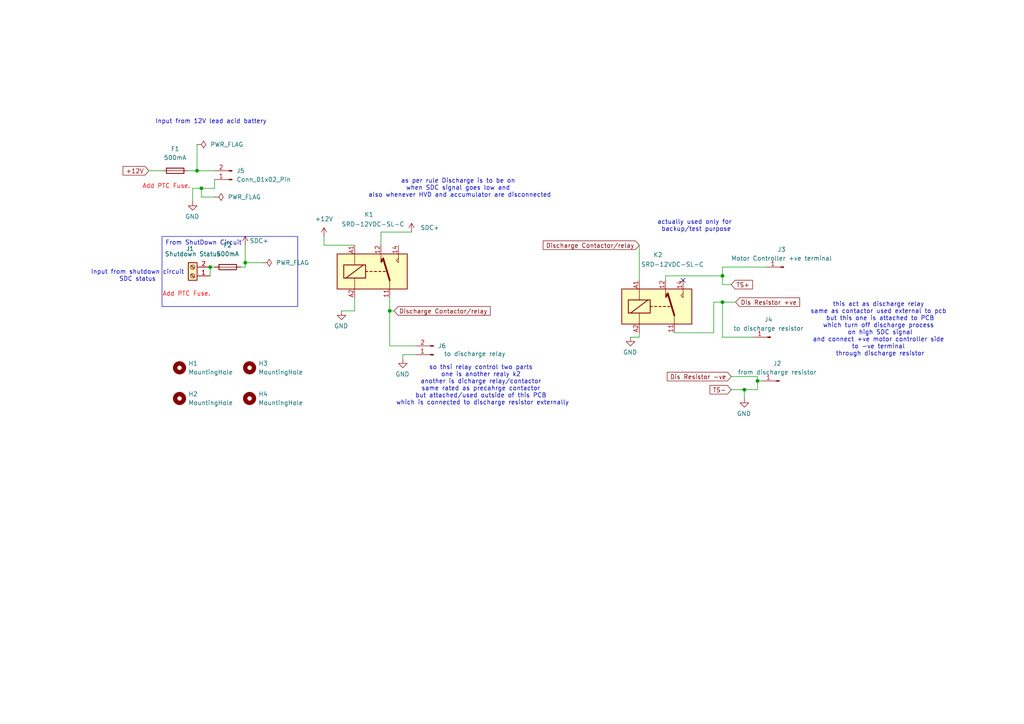
<source format=kicad_sch>
(kicad_sch (version 20231120) (generator "eeschema") (generator_version "8.0")
  (paper "A4")
  (lib_symbols
    (symbol "Connector:Conn_01x01_Pin" (pin_names (offset 1.016) hide)
      (property "Reference" "J" (at 0 2.54 0))
      (property "Value" "Conn_01x01_Pin" (at 0 -2.54 0))
      (symbol "Conn_01x01_Pin_1_1"
        (polyline (pts (xy 1.27 0) (xy 0.8636 0)) (stroke (width 0.1524)))
        (rectangle (start 0.8636 0.127) (end 0 -0.127) (stroke (width 0.1524)) (fill (type outline)))
        (pin passive line (at 5.08 0 180) (length 3.81) (name "Pin_1") (number "1"))
      )
    )
    (symbol "Connector:Conn_01x02_Pin" (pin_names (offset 1.016) hide)
      (property "Reference" "J" (at 0 2.54 0))
      (property "Value" "Conn_01x02_Pin" (at 0 -5.08 0))
      (symbol "Conn_01x02_Pin_1_1"
        (polyline (pts (xy 1.27 -2.54) (xy 0.8636 -2.54)) (stroke (width 0.1524)))
        (polyline (pts (xy 1.27 0) (xy 0.8636 0)) (stroke (width 0.1524)))
        (rectangle (start 0.8636 -2.413) (end 0 -2.667) (stroke (width 0.1524)) (fill (type outline)))
        (rectangle (start 0.8636 0.127) (end 0 -0.127) (stroke (width 0.1524)) (fill (type outline)))
        (pin passive line (at 5.08 0 180) (length 3.81) (name "Pin_1") (number "1"))
        (pin passive line (at 5.08 -2.54 180) (length 3.81) (name "Pin_2") (number "2"))
      )
    )
    (symbol "Connector:Screw_Terminal_01x02" (pin_names (offset 1.016) hide)
      (property "Reference" "J" (at 0 2.54 0))
      (property "Value" "Screw_Terminal_01x02" (at 0 -5.08 0))
      (symbol "Screw_Terminal_01x02_1_1"
        (rectangle (start -1.27 1.27) (end 1.27 -3.81) (stroke (width 0.254)) (fill (type background)))
        (circle (center 0 -2.54) (radius 0.635) (stroke (width 0.1524)))
        (polyline (pts (xy -0.5334 -2.2098) (xy 0.3302 -3.048)) (stroke (width 0.1524)))
        (polyline (pts (xy -0.5334 0.3302) (xy 0.3302 -0.508)) (stroke (width 0.1524)))
        (polyline (pts (xy -0.3556 -2.032) (xy 0.508 -2.8702)) (stroke (width 0.1524)))
        (polyline (pts (xy -0.3556 0.508) (xy 0.508 -0.3302)) (stroke (width 0.1524)))
        (circle (center 0 0) (radius 0.635) (stroke (width 0.1524)))
        (pin passive line (at -5.08 0 0) (length 3.81) (name "Pin_1") (number "1"))
        (pin passive line (at -5.08 -2.54 0) (length 3.81) (name "Pin_2") (number "2"))
      )
    )
    (symbol "Device:Fuse" (pin_numbers hide) (pin_names (offset 0))
      (property "Reference" "F" (at 2.032 0 90))
      (property "Value" "Fuse" (at -1.905 0 90))
      (symbol "Fuse_0_1"
        (rectangle (start -0.762 -2.54) (end 0.762 2.54) (stroke (width 0.254)))
        (polyline (pts (xy 0 2.54) (xy 0 -2.54)))
      )
      (symbol "Fuse_1_1"
        (pin passive line (at 0 3.81 270) (length 1.27) (name "~") (number "1"))
        (pin passive line (at 0 -3.81 90) (length 1.27) (name "~") (number "2"))
      )
    )
    (symbol "Mechanical:MountingHole" (pin_names (offset 1.016)) (exclude_from_sim yes) (in_bom no)
      (property "Reference" "H" (at 0 5.08 0))
      (property "Value" "MountingHole" (at 0 3.175 0))
      (symbol "MountingHole_0_1"
        (circle (center 0 0) (radius 1.27) (stroke (width 1.27)))
      )
    )
    (symbol "Relay:Fujitsu_FTR-LYCA005x"
      (property "Reference" "K" (at 11.43 3.81 0))
      (property "Value" "Fujitsu_FTR-LYCA005x" (at 11.43 1.27 0))
      (symbol "Fujitsu_FTR-LYCA005x_0_0"
        (polyline (pts (xy 7.62 5.08) (xy 7.62 2.54) (xy 6.985 3.175) (xy 7.62 3.81)))
      )
      (symbol "Fujitsu_FTR-LYCA005x_0_1"
        (rectangle (start -10.16 5.08) (end 10.16 -5.08) (stroke (width 0.254)) (fill (type background)))
        (rectangle (start -8.255 1.905) (end -1.905 -1.905) (stroke (width 0.254)))
        (polyline (pts (xy -7.62 -1.905) (xy -2.54 1.905)) (stroke (width 0.254)))
        (polyline (pts (xy -5.08 -5.08) (xy -5.08 -1.905)))
        (polyline (pts (xy -5.08 5.08) (xy -5.08 1.905)))
        (polyline (pts (xy -1.905 0) (xy -1.27 0)) (stroke (width 0.254)))
        (polyline (pts (xy -0.635 0) (xy 0 0)) (stroke (width 0.254)))
        (polyline (pts (xy 0.635 0) (xy 1.27 0)) (stroke (width 0.254)))
        (polyline (pts (xy 1.905 0) (xy 2.54 0)) (stroke (width 0.254)))
        (polyline (pts (xy 3.175 0) (xy 3.81 0)) (stroke (width 0.254)))
        (polyline (pts (xy 5.08 -2.54) (xy 3.175 3.81)) (stroke (width 0.508)))
        (polyline (pts (xy 5.08 -2.54) (xy 5.08 -5.08)))
        (polyline (pts (xy 2.54 5.08) (xy 2.54 2.54) (xy 3.175 3.175) (xy 2.54 3.81)) (fill (type outline)))
      )
      (symbol "Fujitsu_FTR-LYCA005x_1_1"
        (pin passive line (at 5.08 -7.62 90) (length 2.54) (name "~") (number "11"))
        (pin passive line (at 2.54 7.62 270) (length 2.54) (name "~") (number "12"))
        (pin passive line (at 7.62 7.62 270) (length 2.54) (name "~") (number "14"))
        (pin passive line (at -5.08 7.62 270) (length 2.54) (name "~") (number "A1"))
        (pin passive line (at -5.08 -7.62 90) (length 2.54) (name "~") (number "A2"))
      )
    )
    (symbol "power:+12V" (power) (pin_names (offset 0))
      (property "Value" "+12V" (at 0 3.556 0))
      (symbol "+12V_0_1"
        (polyline (pts (xy -0.762 1.27) (xy 0 2.54)))
        (polyline (pts (xy 0 0) (xy 0 2.54)))
        (polyline (pts (xy 0 2.54) (xy 0.762 1.27)))
      )
      (symbol "+12V_1_1"
        (pin power_in line (at 0 0 90) (length 0) hide (name "+12V") (number "1"))
      )
    )
    (symbol "power:GND" (power) (pin_names (offset 0))
      (property "Value" "GND" (at 0 -3.81 0))
      (symbol "GND_0_1"
        (polyline (pts (xy 0 0) (xy 0 -1.27) (xy 1.27 -1.27) (xy 0 -2.54) (xy -1.27 -1.27) (xy 0 -1.27)))
      )
      (symbol "GND_1_1"
        (pin power_in line (at 0 0 270) (length 0) hide (name "GND") (number "1"))
      )
    )
    (symbol "power:PWR_FLAG" (power) (pin_numbers hide) (pin_names (offset 0) hide)
      (property "Value" "PWR_FLAG" (at 0 3.81 0))
      (symbol "PWR_FLAG_0_0"
        (pin power_out line (at 0 0 90) (length 0) (name "~") (number "1"))
      )
      (symbol "PWR_FLAG_0_1"
        (polyline (pts (xy 0 0) (xy 0 1.27) (xy -1.016 1.905) (xy 0 2.54) (xy 1.016 1.905) (xy 0 1.27)))
      )
    )
  )
  (junction (at 57.15 49.53))
  (junction (at 71.12 76.2))
  (junction (at 60.96 77.47))
  (junction (at 58.42 54.61))
  (junction (at 113.03 90.17))
  (junction (at 219.71 110.49))
  (junction (at 215.9 113.03))
  (junction (at 209.55 87.63))
  (junction (at 209.55 80.01))
  (no_connect (at 198.12 81.28))
  (wire (pts (xy 102.87 90.17) (xy 99.06 90.17)))
  (wire (pts (xy 209.55 80.01) (xy 209.55 82.55)))
  (wire (pts (xy 43.18 49.53) (xy 46.99 49.53)))
  (wire (pts (xy 60.96 77.47) (xy 60.96 80.01)))
  (wire (pts (xy 219.71 110.49) (xy 219.71 113.03)))
  (wire (pts (xy 69.85 77.47) (xy 71.12 77.47)))
  (wire (pts (xy 212.09 113.03) (xy 215.9 113.03)))
  (wire (pts (xy 110.49 71.12) (xy 110.49 67.31)))
  (wire (pts (xy 57.15 41.91) (xy 57.15 49.53)))
  (wire (pts (xy 185.42 71.12) (xy 185.42 81.28)))
  (wire (pts (xy 207.01 96.52) (xy 207.01 87.63)))
  (wire (pts (xy 58.42 57.15) (xy 58.42 54.61)))
  (wire (pts (xy 207.01 87.63) (xy 209.55 87.63)))
  (wire (pts (xy 57.15 49.53) (xy 62.23 49.53)))
  (wire (pts (xy 55.88 54.61) (xy 58.42 54.61)))
  (wire (pts (xy 219.71 109.22) (xy 219.71 110.49)))
  (wire (pts (xy 113.03 90.17) (xy 114.3 90.17)))
  (wire (pts (xy 212.09 109.22) (xy 219.71 109.22)))
  (wire (pts (xy 60.96 77.47) (xy 62.23 77.47)))
  (wire (pts (xy 62.23 52.07) (xy 62.23 54.61)))
  (wire (pts (xy 116.84 102.87) (xy 116.84 104.14)))
  (wire (pts (xy 215.9 113.03) (xy 215.9 115.57)))
  (wire (pts (xy 193.04 80.01) (xy 209.55 80.01)))
  (wire (pts (xy 113.03 86.36) (xy 113.03 90.17)))
  (wire (pts (xy 58.42 54.61) (xy 62.23 54.61)))
  (wire (pts (xy 209.55 77.47) (xy 209.55 80.01)))
  (wire (pts (xy 110.49 67.31) (xy 119.38 67.31)))
  (wire (pts (xy 219.71 110.49) (xy 220.98 110.49)))
  (wire (pts (xy 62.23 57.15) (xy 58.42 57.15)))
  (wire (pts (xy 193.04 81.28) (xy 193.04 80.01)))
  (wire (pts (xy 182.88 97.79) (xy 185.42 97.79)))
  (wire (pts (xy 195.58 96.52) (xy 207.01 96.52)))
  (wire (pts (xy 218.44 97.79) (xy 209.55 97.79)))
  (wire (pts (xy 113.03 100.33) (xy 113.03 90.17)))
  (wire (pts (xy 102.87 86.36) (xy 102.87 90.17)))
  (wire (pts (xy 209.55 87.63) (xy 209.55 97.79)))
  (wire (pts (xy 55.88 58.42) (xy 55.88 54.61)))
  (wire (pts (xy 71.12 71.12) (xy 71.12 76.2)))
  (wire (pts (xy 222.25 77.47) (xy 209.55 77.47)))
  (wire (pts (xy 93.98 71.12) (xy 93.98 68.58)))
  (wire (pts (xy 71.12 76.2) (xy 71.12 77.47)))
  (wire (pts (xy 185.42 97.79) (xy 185.42 96.52)))
  (wire (pts (xy 209.55 82.55) (xy 212.09 82.55)))
  (wire (pts (xy 76.2 76.2) (xy 71.12 76.2)))
  (wire (pts (xy 209.55 87.63) (xy 213.36 87.63)))
  (wire (pts (xy 102.87 71.12) (xy 93.98 71.12)))
  (wire (pts (xy 113.03 100.33) (xy 120.65 100.33)))
  (wire (pts (xy 215.9 113.03) (xy 219.71 113.03)))
  (wire (pts (xy 54.61 49.53) (xy 57.15 49.53)))
  (wire (pts (xy 120.65 102.87) (xy 116.84 102.87)))
  (text_box "From ShutDown Circuit" (at 46.99 68.58 0) (size 39.37 20.32) (effects (font (size 1.27 1.27)) (justify left top)))
  (text "Add PTC Fuse." (at 54.102 85.344 0) (effects (font (size 1.27 1.27))))
  (text "as per rule Discharge is to be on \nwhen SDC signal goes low and \nalso whenever HVD and accumulator are disconnected" (at 133.35 54.61 0) (effects (font (size 1.27 1.27))))
  (text "actually used only for \nbackup/test purpose" (at 201.93 65.532 0) (effects (font (size 1.27 1.27))))
  (text "so thsi relay control two parts \none is another realy k2 \nanother is dicharge relay/contactor \nsame rated as precahrge contactor \nbut attached/used outside of this PCB \nwhich is connected to discharge resistor externally" (at 139.954 111.76 0) (effects (font (size 1.27 1.27))))
  (text "Input from 12V lead acid battery" (at 61.214 35.306 0) (effects (font (size 1.27 1.27))))
  (text "Add PTC Fuse." (at 48.26 54.102 0) (effects (font (size 1.27 1.27))))
  (text "Input from shutdown circuit\nSDC status" (at 39.878 80.01 0) (effects (font (size 1.27 1.27))))
  (text "this act as discharge relay \nsame as contactor used external to pcb \nbut this one is attached to PCB\nwhich turn off discharge process \non high SDC signal\nand connect +ve motor controller side \nto -ve terminal \nthrough discharge resistor\n" (at 255.27 95.504 0) (effects (font (size 1.27 1.27))))
  (global_label "Dis Resistor -ve" (shape input) (at 212.09 109.22 180) (property "Intersheetrefs" "${INTERSHEET_REFS}" (effects (hide yes))))
  (global_label "TS-" (shape input) (at 212.09 113.03 180) (property "Intersheetrefs" "${INTERSHEET_REFS}" (effects (hide yes))))
  (global_label "TS+" (shape input) (at 212.09 82.55 0) (property "Intersheetrefs" "${INTERSHEET_REFS}" (effects (hide yes))))
  (global_label "Discharge Contactor{slash}relay" (shape input) (at 114.3 90.17 0) (property "Intersheetrefs" "${INTERSHEET_REFS}" (effects (hide yes))))
  (global_label "Discharge Contactor{slash}relay" (shape input) (at 185.42 71.12 180) (property "Intersheetrefs" "${INTERSHEET_REFS}" (effects (hide yes))))
  (global_label "+12V" (shape input) (at 43.18 49.53 180) (property "Intersheetrefs" "${INTERSHEET_REFS}" (effects (hide yes))))
  (global_label "Dis Resistor +ve" (shape input) (at 213.36 87.63 0) (property "Intersheetrefs" "${INTERSHEET_REFS}" (effects (hide yes))))
  (symbol (lib_id "Connector:Conn_01x01_Pin") (at 226.06 110.49 180) (unit 1)
    (property "Reference" "J2" (at 225.425 105.41 0))
    (property "Value" "from discharge resistor" (at 225.425 107.95 0))
    (property "Footprint" "TerminalBlock_Phoenix:TerminalBlock_Phoenix_MKDS-1,5-2-5.08_1x02_P5.08mm_Horizontal" (effects (hide yes)))
    (property "Description" "Generic connector, single row, 01x01, script generated" (effects (hide yes)))
  )
  (symbol (lib_id "Relay:Fujitsu_FTR-LYCA005x") (at 190.5 88.9 0) (unit 1)
    (property "Reference" "K2" (at 189.484 73.914 0) (effects (justify left)))
    (property "Value" "SRD-12VDC-SL-C" (at 185.928 76.708 0) (effects (justify left)))
    (property "Footprint" "Relay_THT:Relay_SPDT_Hongfa_HF3F-L-xx-1ZL1T" (effects (hide yes)))
    (property "Datasheet" "https://www.fujitsu.com/sg/imagesgig5/ftr-ly.pdf" (effects (hide yes)))
    (property "Description" "Relay, SPDT Form C, vertical mount, 5-60V coil, 6A, 250VAC, 28 x 5 x 15mm" (effects (hide yes)))
  )
  (symbol (lib_id "power:PWR_FLAG") (at 76.2 76.2 270) (unit 1)
    (property "Reference" "#FLG01" (effects (hide yes)))
    (property "Value" "PWR_FLAG" (at 80.01 76.1999 90) (effects (justify left)))
    (property "Description" "Special symbol for telling ERC where power comes from" (effects (hide yes)))
  )
  (symbol (lib_id "Mechanical:MountingHole") (at 52.07 106.68 0) (unit 1) (exclude_from_sim yes) (in_bom no)
    (property "Reference" "H1" (at 54.61 105.4099 0) (effects (justify left)))
    (property "Value" "MountingHole" (at 54.61 107.9499 0) (effects (justify left)))
    (property "Footprint" "MountingHole:MountingHole_4.3mm_M4" (effects (hide yes)))
    (property "Description" "Mounting Hole without connection" (effects (hide yes)))
  )
  (symbol (lib_id "Connector:Conn_01x02_Pin") (at 125.73 102.87 180) (unit 1)
    (property "Reference" "J6" (at 127 100.3299 0) (effects (justify right)))
    (property "Value" "to discharge relay" (at 128.778 102.616 0) (effects (justify right)))
    (property "Footprint" "TerminalBlock_Phoenix:TerminalBlock_Phoenix_MKDS-1,5-2-5.08_1x02_P5.08mm_Horizontal" (effects (hide yes)))
    (property "Description" "Generic connector, single row, 01x02, script generated" (effects (hide yes)))
  )
  (symbol (lib_id "power:GND") (at 55.88 58.42 0) (mirror y) (unit 1)
    (property "Reference" "#PWR03" (effects (hide yes)))
    (property "Value" "GND" (at 55.753 62.8142 0))
  )
  (symbol (lib_id "Mechanical:MountingHole") (at 52.07 115.57 0) (unit 1) (exclude_from_sim yes) (in_bom no)
    (property "Reference" "H2" (at 54.61 114.2999 0) (effects (justify left)))
    (property "Value" "MountingHole" (at 54.61 116.8399 0) (effects (justify left)))
    (property "Footprint" "MountingHole:MountingHole_4.3mm_M4" (effects (hide yes)))
    (property "Description" "Mounting Hole without connection" (effects (hide yes)))
  )
  (symbol (lib_id "power:GND") (at 99.06 90.17 0) (mirror y) (unit 1)
    (property "Reference" "#PWR07" (effects (hide yes)))
    (property "Value" "GND" (at 98.933 94.5642 0))
  )
  (symbol (lib_id "power:GND") (at 116.84 104.14 0) (mirror y) (unit 1)
    (property "Reference" "#PWR09" (effects (hide yes)))
    (property "Value" "GND" (at 116.713 108.5342 0))
  )
  (symbol (lib_id "power:+12V") (at 119.38 67.31 0) (unit 1)
    (property "Reference" "#PWR08" (effects (hide yes)))
    (property "Value" "SDC+" (at 121.92 66.0399 0) (effects (justify left)))
  )
  (symbol (lib_id "power:PWR_FLAG") (at 57.15 41.91 270) (unit 1)
    (property "Reference" "#FLG03" (effects (hide yes)))
    (property "Value" "PWR_FLAG" (at 60.96 41.9099 90) (effects (justify left)))
    (property "Description" "Special symbol for telling ERC where power comes from" (effects (hide yes)))
  )
  (symbol (lib_id "power:GND") (at 182.88 97.79 0) (mirror y) (unit 1)
    (property "Reference" "#PWR04" (effects (hide yes)))
    (property "Value" "GND" (at 182.753 102.1842 0))
  )
  (symbol (lib_id "Mechanical:MountingHole") (at 72.39 106.68 0) (unit 1) (exclude_from_sim yes) (in_bom no)
    (property "Reference" "H3" (at 74.93 105.4099 0) (effects (justify left)))
    (property "Value" "MountingHole" (at 74.93 107.9499 0) (effects (justify left)))
    (property "Footprint" "MountingHole:MountingHole_4.3mm_M4" (effects (hide yes)))
    (property "Description" "Mounting Hole without connection" (effects (hide yes)))
  )
  (symbol (lib_id "Device:Fuse") (at 66.04 77.47 90) (unit 1)
    (property "Reference" "F2" (at 66.04 71.12 90))
    (property "Value" "500mA" (at 66.04 73.66 90))
    (property "Footprint" "Fuse:Fuse_BelFuse_0ZRE0008FF_L8.3mm_W3.8mm" (effects (hide yes)))
    (property "Description" "Fuse" (effects (hide yes)))
  )
  (symbol (lib_id "Connector:Conn_01x01_Pin") (at 223.52 97.79 180) (unit 1)
    (property "Reference" "J4" (at 222.885 92.71 0))
    (property "Value" "to discharge resistor" (at 222.885 95.25 0))
    (property "Footprint" "TerminalBlock_Phoenix:TerminalBlock_Phoenix_MKDS-1,5-2-5.08_1x02_P5.08mm_Horizontal" (effects (hide yes)))
    (property "Description" "Generic connector, single row, 01x01, script generated" (effects (hide yes)))
  )
  (symbol (lib_id "Connector:Conn_01x02_Pin") (at 67.31 52.07 180) (unit 1)
    (property "Reference" "J5" (at 68.58 49.5299 0) (effects (justify right)))
    (property "Value" "Conn_01x02_Pin" (at 68.58 52.0699 0) (effects (justify right)))
    (property "Footprint" "TerminalBlock_Phoenix:TerminalBlock_Phoenix_MKDS-1,5-2-5.08_1x02_P5.08mm_Horizontal" (effects (hide yes)))
    (property "Description" "Generic connector, single row, 01x02, script generated" (effects (hide yes)))
  )
  (symbol (lib_id "power:PWR_FLAG") (at 62.23 57.15 270) (unit 1)
    (property "Reference" "#FLG04" (effects (hide yes)))
    (property "Value" "PWR_FLAG" (at 66.04 57.1499 90) (effects (justify left)))
    (property "Description" "Special symbol for telling ERC where power comes from" (effects (hide yes)))
  )
  (symbol (lib_id "Connector:Screw_Terminal_01x02") (at 55.88 80.01 180) (unit 1)
    (property "Reference" "J1" (at 55.118 72.136 0))
    (property "Value" "Shutdown Status" (at 55.88 73.66 0))
    (property "Footprint" "TerminalBlock_Phoenix:TerminalBlock_Phoenix_MKDS-1,5-2-5.08_1x02_P5.08mm_Horizontal" (effects (hide yes)))
  )
  (symbol (lib_id "Connector:Conn_01x01_Pin") (at 227.33 77.47 180) (unit 1)
    (property "Reference" "J3" (at 226.695 72.39 0))
    (property "Value" "Motor Controller +ve terminal" (at 226.695 74.93 0))
    (property "Footprint" "TerminalBlock_Phoenix:TerminalBlock_Phoenix_MKDS-1,5-2-5.08_1x02_P5.08mm_Horizontal" (effects (hide yes)))
    (property "Description" "Generic connector, single row, 01x01, script generated" (effects (hide yes)))
  )
  (symbol (lib_id "Device:Fuse") (at 50.8 49.53 90) (unit 1)
    (property "Reference" "F1" (at 50.8 43.18 90))
    (property "Value" "500mA" (at 50.8 45.72 90))
    (property "Footprint" "Fuse:Fuse_BelFuse_0ZRE0008FF_L8.3mm_W3.8mm" (effects (hide yes)))
    (property "Description" "Fuse" (effects (hide yes)))
  )
  (symbol (lib_id "power:+12V") (at 93.98 68.58 0) (unit 1)
    (property "Reference" "#PWR06" (effects (hide yes)))
    (property "Value" "+12V" (at 93.98 63.5 0))
  )
  (symbol (lib_id "Relay:Fujitsu_FTR-LYCA005x") (at 107.95 78.74 0) (unit 1)
    (property "Reference" "K1" (at 105.664 62.23 0) (effects (justify left)))
    (property "Value" "SRD-12VDC-SL-C" (at 99.06 65.024 0) (effects (justify left)))
    (property "Footprint" "Relay_THT:Relay_SPDT_Hongfa_HF3F-L-xx-1ZL1T" (effects (hide yes)))
    (property "Datasheet" "https://www.fujitsu.com/sg/imagesgig5/ftr-ly.pdf" (effects (hide yes)))
    (property "Description" "Relay, SPDT Form C, vertical mount, 5-60V coil, 6A, 250VAC, 28 x 5 x 15mm" (effects (hide yes)))
  )
  (symbol (lib_id "Mechanical:MountingHole") (at 72.39 115.57 0) (unit 1) (exclude_from_sim yes) (in_bom no)
    (property "Reference" "H4" (at 74.93 114.2999 0) (effects (justify left)))
    (property "Value" "MountingHole" (at 74.93 116.8399 0) (effects (justify left)))
    (property "Footprint" "MountingHole:MountingHole_4.3mm_M4" (effects (hide yes)))
    (property "Description" "Mounting Hole without connection" (effects (hide yes)))
  )
  (symbol (lib_id "power:GND") (at 215.9 115.57 0) (mirror y) (unit 1)
    (property "Reference" "#PWR05" (effects (hide yes)))
    (property "Value" "GND" (at 215.773 119.9642 0))
  )
  (symbol (lib_id "power:+12V") (at 71.12 71.12 0) (unit 1)
    (property "Reference" "#PWR02" (effects (hide yes)))
    (property "Value" "SDC+" (at 72.39 69.85 0) (effects (justify left)))
  )
)
</source>
